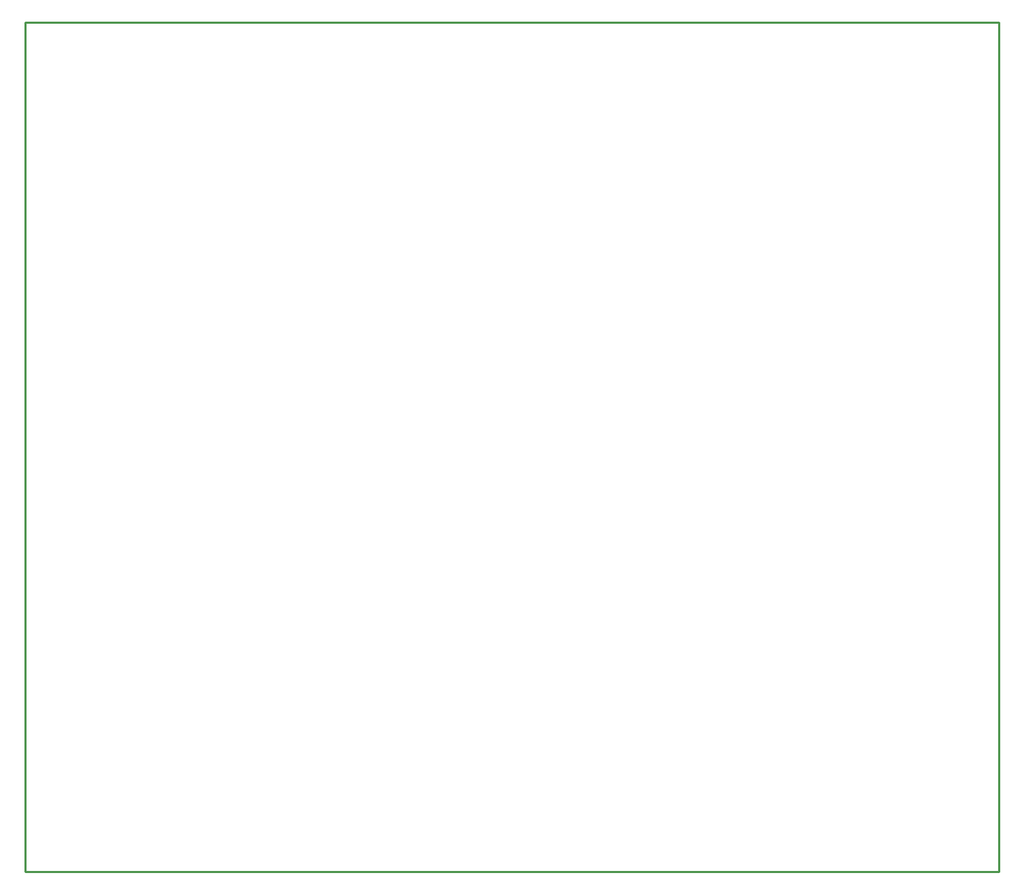
<source format=gko>
G04 Layer_Color=16711935*
%FSLAX23Y23*%
%MOIN*%
G70*
G01*
G75*
%ADD43C,0.010*%
D43*
X3155Y2615D02*
Y6670D01*
X7801Y2615D02*
Y6670D01*
X3155Y2615D02*
X7801D01*
X3155Y6670D02*
X7801D01*
M02*

</source>
